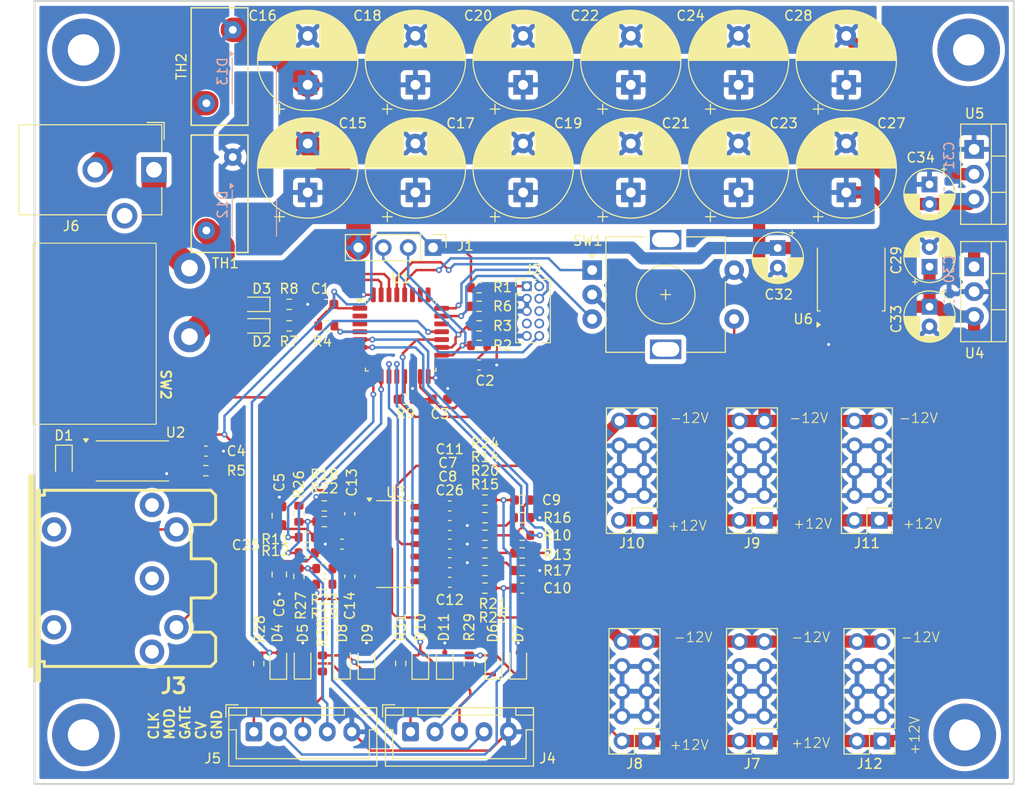
<source format=kicad_pcb>
(kicad_pcb (version 20240108) (generator "pcbnew") (generator_version "8.0")
  (layers (0 "F.Cu" signal) (31 "B.Cu" signal) (34 "B.Paste" user) (35 "F.Paste" user) (36 "B.SilkS" user "B.Silkscreen") (37 "F.SilkS" user "F.Silkscreen") (38 "B.Mask" user) (39 "F.Mask" user) (44 "Edge.Cuts" user))
  (net 0 "")
  (net 1 "Net-(U3D-+)")
  (net 2 "Net-(U3A--)")
  (net 3 "GND")
  (net 4 "+12V")
  (net 5 "-12V")
  (net 6 "+3.3V")
  (net 7 "Net-(U3A-+)")
  (net 8 "Net-(U3B-+)")
  (net 9 "Net-(U3B--)")
  (net 10 "Net-(C9-Pad1)")
  (net 11 "Net-(U3C-+)")
  (net 12 "Net-(U3C--)")
  (net 13 "/MOD2_OUT")
  (net 14 "Net-(C10-Pad1)")
  (net 15 "Net-(D1-K)")
  (net 16 "Net-(D1-A)")
  (net 17 "Net-(D2-K)")
  (net 18 "/GATE1")
  (net 19 "/GATE2")
  (net 20 "/LED_1")
  (net 21 "/MOD1_OUT")
  (net 22 "/LED_2")
  (net 23 "Net-(D12-K)")
  (net 24 "Net-(C11-Pad2)")
  (net 25 "Net-(C12-Pad2)")
  (net 26 "Net-(C13-Pad2)")
  (net 27 "Net-(C14-Pad2)")
  (net 28 "/NRST")
  (net 29 "Net-(U5-VI)")
  (net 30 "/SWIO")
  (net 31 "Net-(D3-K)")
  (net 32 "/SWCLK")
  (net 33 "/CLK2")
  (net 34 "/CLK1")
  (net 35 "/I2C_CLK")
  (net 36 "/I2C_DAT")
  (net 37 "/CV1")
  (net 38 "/CV2")
  (net 39 "/ENC_BTN")
  (net 40 "/ENC_B")
  (net 41 "/ENC_A")
  (net 43 "/MIDI_TX")
  (net 47 "/MIDI_RX")
  (net 51 "Net-(U3D--)")
  (net 52 "Net-(D13-K)")
  (net 54 "Net-(J2-VTref)")
  (net 60 "Net-(J3-Pad4)")
  (net 61 "/CLK1_OUT")
  (net 62 "/GATE1_OUT")
  (net 63 "/CV1_OUT")
  (net 64 "/CV2_OUT")
  (net 65 "/GATE2_OUT")
  (net 66 "/CLK2_OUT")
  (net 67 "Net-(J6-Pad2)")
  (net 68 "/MOD2")
  (net 69 "/MOD1")
  (net 70 "Net-(SW2-A)")
  (net 71 "Net-(SW2-B)")
  (footprint "Resistor_SMD:R_0603_1608Metric" (layer "F.Cu") (at 147.6 109 180)
    (property "Reference" "R21")
    (property "Value" "15K")
  )
  (footprint "Resistor_SMD:R_0603_1608Metric" (layer "F.Cu") (at 147.6 110.8 180)
    (property "Reference" "R25")
    (property "Value" "1K")
  )
  (footprint "Resistor_SMD:R_0603_1608Metric" (layer "F.Cu") (at 129.4 105.6 180)
    (property "Reference" "R11")
    (property "Value" "1K")
  )
  (footprint "Connector_PinHeader_2.54mm:PinHeader_2x05_P2.54mm_Vertical" (layer "F.Cu") (at 176.14 103.875 180)
    (property "Reference" "J9")
    (property "Value" "Conn_02x05_Odd_Even")
  )
  (footprint "Capacitor_THT:CP_Radial_D10.0mm_P5.00mm" (layer "F.Cu") (at 151.5 59.367677 90)
    (property "Reference" "C20")
    (property "Value" "470uF")
  )
  (footprint "Connector_PinHeader_2.54mm:PinHeader_2x05_P2.54mm_Vertical" (layer "F.Cu") (at 163.875 103.875 180)
    (property "Reference" "J10")
    (property "Value" "Conn_02x05_Odd_Even")
  )
  (footprint "Resistor_SMD:R_0603_1608Metric" (layer "F.Cu") (at 124.5 118.5 90)
    (property "Reference" "R28")
    (property "Value" "1K")
  )
  (footprint "Resistor_SMD:R_0603_1608Metric" (layer "F.Cu") (at 131.2 108.8)
    (property "Reference" "R23")
    (property "Value" "15K")
  )
  (footprint "Connector_PinHeader_2.54mm:PinHeader_2x05_P2.54mm_Vertical" (layer "F.Cu") (at 176.14 126.42 180)
    (property "Reference" "J7")
    (property "Value" "Conn_02x05_Odd_Even")
  )
  (footprint "Capacitor_THT:CP_Radial_D10.0mm_P5.00mm" (layer "F.Cu") (at 151.5 70.367677 90)
    (property "Reference" "C19")
    (property "Value" "470uF")
  )
  (footprint "Connector_BarrelJack:BarrelJack_CUI_PJ-102AH_Horizontal" (layer "F.Cu") (at 113.8 68.05 -90)
    (property "Reference" "J6")
    (property "Value" "Barrel_Jack")
  )
  (footprint "Resistor_SMD:R_0603_1608Metric" (layer "F.Cu") (at 147 86 180)
    (property "Reference" "R2")
    (property "Value" "7.5K")
  )
  (footprint "Package_TO_SOT_THT:TO-220-3_Vertical" (layer "F.Cu") (at 197.555 77.96 -90)
    (property "Reference" "U4")
    (property "Value" "LM7812_TO220")
  )
  (footprint "Capacitor_THT:CP_Radial_D10.0mm_P5.00mm" (layer "F.Cu") (at 173.5 70.367677 90)
    (property "Reference" "C23")
    (property "Value" "470uF")
  )
  (footprint "LED_SMD:LED_0603_1608Metric" (layer "F.Cu") (at 124.16 81.8 180)
    (property "Reference" "D3")
    (property "Value" "LED")
  )
  (footprint "Capacitor_THT:CP_Radial_D10.0mm_P5.00mm" (layer "F.Cu") (at 184.5 70.367677 90)
    (property "Reference" "C27")
    (property "Value" "470uF")
  )
  (footprint "Capacitor_SMD:C_0603_1608Metric" (layer "F.Cu") (at 151.4 110.8 180)
    (property "Reference" "C10")
    (property "Value" "0.1uF")
  )
  (footprint "Capacitor_SMD:C_0603_1608Metric" (layer "F.Cu") (at 119.1 96.8)
    (property "Reference" "C4")
    (property "Value" "0.1uF")
  )
  (footprint "Resistor_SMD:R_0603_1608Metric" (layer "F.Cu") (at 131.2 110.4 180)
    (property "Reference" "R19")
    (property "Value" "7.5K")
  )
  (footprint "Capacitor_THT:CP_Radial_D10.0mm_P5.00mm" (layer "F.Cu") (at 162.5 70.367677 90)
    (property "Reference" "C21")
    (property "Value" "470uF")
  )
  (footprint "Resistor_SMD:R_0603_1608Metric" (layer "F.Cu") (at 147.6 103.6 180)
    (property "Reference" "R20")
    (property "Value" "15K")
  )
  (footprint "Capacitor_THT:CP_Radial_D10.0mm_P5.00mm" (layer "F.Cu") (at 184.5 59.367677 90)
    (property "Reference" "C28")
    (property "Value" "470uF")
  )
  (footprint "Diode_SMD:D_SOD-323" (layer "F.Cu") (at 104.6 97.8 -90)
    (property "Reference" "D1")
    (property "Value" "1N4148WS")
  )
  (footprint "Resistor_SMD:R_0603_1608Metric" (layer "F.Cu") (at 146 118.5 90)
    (property "Reference" "R29")
    (property "Value" "1K")
  )
  (footprint "Resistor_SMD:R_0603_1608Metric" (layer "F.Cu") (at 151.4 103.6)
    (property "Reference" "R16")
    (property "Value" "7.5K")
  )
  (footprint "Diode_SMD:D_SOD-323F" (layer "F.Cu") (at 128.9775 118.4775 90)
    (property "Reference" "D5")
    (property "Value" "BAT54J")
  )
  (footprint "Capacitor_THT:CP_Radial_D10.0mm_P5.00mm" (layer "F.Cu") (at 140.5 70.367677 90)
    (property "Reference" "C17")
    (property "Value" "470uF")
  )
  (footprint "Capacitor_THT:CP_Radial_D5.0mm_P2.00mm" (layer "F.Cu") (at 177.5 76.044887 -90)
    (property "Reference" "C32")
    (property "Value" "10uF")
  )
  (footprint "Capacitor_THT:CP_Radial_D10.0mm_P5.00mm" (layer "F.Cu") (at 162.5 59.367677 90)
    (property "Reference" "C22")
    (property "Value" "470uF")
  )
  (footprint "Capacitor_SMD:C_0603_1608Metric" (layer "F.Cu") (at 133.8 109.6 -90)
    (property "Reference" "C14")
    (property "Value" "22pF")
  )
  (footprint "Diode_SMD:D_SOD-323F" (layer "F.Cu") (at 148.4775 118.4775 90)
    (property "Reference" "D6")
    (property "Value" "BAT54J")
  )
  (footprint "Package_TO_SOT_THT:TO-220-3_Vertical" (layer "F.Cu") (at 197.555 65.96 -90)
    (property "Reference" "U5")
    (property "Value" "LM7912_TO220")
  )
  (footprint "Resistor_SMD:R_0603_1608Metric" (layer "F.Cu") (at 119.1 98.8)
    (property "Reference" "R5")
    (property "Value" "220")
  )
  (footprint "Eurocad:RA1H1C112R" (layer "F.Cu") (at 101.425 81.6 -90)
    (property "Reference" "SW2")
    (property "Value" "SW_SPST")
  )
  (footprint "Capacitor_SMD:C_0603_1608Metric" (layer "F.Cu") (at 133.8 103.2 90)
    (property "Reference" "C13")
    (property "Value" "22pF")
  )
  (footprint "Connector_PinHeader_2.54mm:PinHeader_1x04_P2.54mm_Vertical" (layer "F.Cu") (at 142.3 76 -90)
    (property "Reference" "J1")
    (property "Value" "Conn_01x04_Pin")
  )
  (footprint "MountingHole:MountingHole_3.2mm_M3_Pad" (layer "F.Cu") (at 106.6 55.8)
    (property "Reference" "H1" (hide yes))
    (property "Value" "MountingHole")
  )
  (footprint "Resistor_SMD:R_0603_1608Metric" (layer "F.Cu") (at 127.6 81.8 180)
    (property "Reference" "R8")
    (property "Value" "1K")
  )
  (footprint "Capacitor_SMD:C_0603_1608Metric" (layer "F.Cu") (at 133 106.3 180)
    (property "Reference" "C25")
    (property "Value" "0.1uF")
  )
  (footprint "Diode_SMD:D_SOD-323F" (layer "F.Cu") (at 143.5 118.5 90)
    (property "Reference" "D11")
    (property "Value" "BAT54J")
  )
  (footprint "Resistor_SMD:R_0603_1608Metric" (layer "F.Cu") (at 147 82 180)
    (property "Reference" "R6")
    (property "Value" "7.5K")
  )
  (footprint "LED_SMD:LED_0603_1608Metric" (layer "F.Cu") (at 124.16 84 180)
    (property "Reference" "D2")
    (property "Value" "LED")
  )
  (footprint "Resistor_SMD:R_0603_1608Metric" (layer "F.Cu") (at 128.6 109.6 -90)
    (property "Reference" "R27")
    (property "Value" "1K")
  )
  (footprint "Resistor_SMD:R_0603_1608Metric" (layer "F.Cu") (at 147.6 101.8 180)
    (property "Reference" "R24")
    (property "Value" "1K")
  )
  (footprint "Resistor_SMD:R_0603_1608Metric" (layer "F.Cu") (at 151.4 107.2)
    (property "Reference" "R13")
    (property "Value" "7.5K")
  )
  (footprint "Resistor_SMD:R_0603_1608Metric" (layer "F.Cu") (at 128.6 103.2 90)
    (property "Reference" "R26")
    (property "Value" "1K")
  )
  (footprint "Resistor_SMD:R_0603_1608Metric" (layer "F.Cu") (at 131 118.5 90)
    (property "Reference" "R30")
    (property "Value" "1K")
  )
  (footprint "Capacitor_SMD:C_0805_2012Metric" (layer "F.Cu") (at 126.6 103.4 -90)
    (property "Reference" "C5")
    (property "Value" "2.2u")
  )
  (footprint "Capacitor_SMD:C_0603_1608Metric" (layer "F.Cu") (at 151.4 101.8 180)
    (property "Reference" "C9")
    (property "Value" "0.1uF")
  )
  (footprint "Diode_SMD:D_SOD-323F" (layer "F.Cu") (at 141 118.5 90)
    (property "Reference" "D10")
    (property "Value" "BAT54J")
  )
  (footprint "Resistor_SMD:R_0603_1608Metric" (layer "F.Cu") (at 131.4 84)
    (property "Reference" "R4")
    (property "Value" "7.5K")
  )
  (footprint "Diode_SMD:D_SOD-323F" (layer "F.Cu") (at 151 118.4775 90)
    (property "Reference" "D7")
    (property "Value" "BAT54J")
  )
  (footprint "Capacitor_SMD:C_0603_1608Metric" (layer "F.Cu") (at 144 108.2)
    (property "Reference" "C8")
    (property "Value" "0.1uF")
  )
  (footprint "Resistor_SMD:R_0603_1608Metric" (layer "F.Cu") (at 147 80.1)
    (property "Reference" "R1")
    (property "Value" "220")
  )
  (footprint "Eurocad:MIDI_DIN5" (layer "F.Cu") (at 110.6 109.8 -90)
    (property "Reference" "J3")
    (property "Value" "DIN-5_180degree" (hide yes))
  )
  (footprint "Resistor_SMD:R_0603_1608Metric" (layer "F.Cu") (at 147.6 107.2)
    (property "Reference" "R15")
    (property "Value" "7.5K")
  )
  (footprint "Capacitor_SMD:C_0805_2012Metric" (layer "F.Cu") (at 126.6 109.4 90)
    (property "Reference" "C6")
    (property "Value" "2.2u")
  )
  (footprint "Connector_PinHeader_2.54mm:PinHeader_2x05_P2.54mm_Vertical" (layer "F.Cu") (at 164.14 126.42 180)
    (property "Reference" "J8")
    (property "Value" "Conn_02x05_Odd_Even")
  )
  (footprint "Connector_PinHeader_2.54mm:PinHeader_2x05_P2.54mm_Vertical" (layer "F.Cu") (at 188.14 126.42 180)
    (property "Reference" "J12")
    (property "Value" "Conn_02x05_Odd_Even")
  )
  (footprint "Capacitor_SMD:C_0603_1608Metric" (layer "F.Cu") (at 143 91.5)
    (property "Reference" "C3")
    (property "Value" "0.1uF")
  )
  (footprint "Capacitor_THT:CP_Radial_D5.0mm_P2.00mm" (layer "F.Cu") (at 193 69.544887 -90)
    (property "Reference" "C34")
    (property "Value" "10uF")
  )
  (footprint "Resistor_SMD:R_0603_1608Metric" (layer "F.Cu") (at 151.4 105.4)
    (property "Reference" "R10")
    (property "Value" "7.5K")
  )
  (footprint "Capacitor_THT:CP_Radial_D10.0mm_P5.00mm" (layer "F.Cu") (at 129.5 59.367677 90)
    (property "Reference" "C16")
    (property "Value" "470uF")
  )
  (footprint "Capacitor_THT:CP_Radial_D5.0mm_P2.00mm" (layer "F.Cu") (at 193 77.955113 90)
    (property "Reference" "C29")
    (property "Value" "10uF")
  )
  (footprint "Resistor_SMD:R_0603_1608Metric" (layer "F.Cu") (at 131.2 104)
    (property "Reference" "R22")
    (property "Value" "15K")
  )
  (footprint "Capacitor_SMD:C_0603_1608Metric" (layer "F.Cu") (at 144 102.4)
    (property "Reference" "C11")
    (property "Value" "22pF")
  )
  (footprint "Varistor:RV_Disc_D12mm_W5.8mm_P7.5mm" (layer "F.Cu") (at 121.85 53.75 -90)
    (property "Reference" "TH2")
    (property "Value" "MF72-005D11")
  )
  (footprint "Diode_SMD:D_SOD-323F" (layer "F.Cu") (at 135.5 118.5 90)
    (property "Reference" "D9")
    (property "Value" "BAT54J")
  )
  (footprint "Connector_PinHeader_2.54mm:PinHeader_2x05_P2.54mm_Vertical" (layer "F.Cu") (at 187.875 103.875 180)
    (property "Reference" "J11")
    (property "Value" "Conn_02x05_Odd_Even")
  )
  (footprint "Package_QFP:LQFP-32_7x7mm_P0.8mm" (layer "F.Cu") (at 139 85)
    (property "Reference" "U1")
    (property "Value" "STM32G431KBTx")
  )
  (footprint "MountingHole:MountingHole_3.2mm_M3_Pad" (layer "F.Cu") (at 197 55.8)
    (property "Reference" "H2" (hide yes))
    (property "Value" "MountingHole")
  )
  (footprint "Capacitor_THT:CP_Radial_D10.0mm_P5.00mm" (layer "F.Cu") (at 173.5 59.367677 90)
    (property "Reference" "C24")
    (property "Value" "470uF")
  )
  (footprint "Resistor_SMD:R_0603_1608Metric" (layer "F.Cu") (at 131.2 102.4 180)
    (property "Reference" "R18")
    (property "Value" "7.5K")
  )
  (footprint "Capacitor_THT:CP_Radial_D10.0mm_P5.00mm" (layer "F.Cu") (at 129.5 70.367677 90)
    (property "Reference" "C15")
    (property "Value" "470uF")
  )
  (footprint "Capacitor_THT:CP_Radial_D10.0mm_P5.00mm" (layer "F.Cu") (at 140.5 59.367677 90)
    (property "Reference" "C18")
    (property "Value" "470uF")
  )
  (footprint "Diode_SMD:D_SOD-323F" (layer "F.Cu") (at 133 118.4775 90)
    (property "Reference" "D8")
    (property "Value" "BAT54J")
  )
  (footprint "Connector_JST:JST_XH_B5B-XH-A_1x05_P2.50mm_Vertical" (layer "F.Cu") (at 124 125.475)
    (property "Reference" "J5")
    (property "Value" "Conn_01x05")
  )
  (footprint "Resistor_SMD:R_0603_1608Metric" (layer "F.Cu") (at 139 118.5 90)
    (property "Reference" "R31")
    (property "Value" "1K")
  )
  (footprint "MountingHole:MountingHole_3.2mm_M3_Pad" (layer "F.Cu") (at 106.6 125.8)
    (property "Reference" "H3" (hide yes))
    (property "Value" "MountingHole")
  )
  (footprint "MountingHole:MountingHole_3.2mm_M3_Pad" (layer "F.Cu") (at 196.6 125.8)
    (property "Reference" "H4" (hide yes))
    (property "Value" "MountingHole")
  )
  (footprint "Capacitor_SMD:C_0603_1608Metric" (layer "F.Cu") (at 144 106.3 180)
    (property "Reference" "C26")
    (property "Value" "0.1uF")
  )
  (footprint "Package_TO_SOT_SMD:TO-252-3_TabPin2" (layer "F.Cu") (at 185 79.16 90)
    (property "Reference" "U6")
    (property "Value" "AZ1117-3.3")
  )
  (footprint "Package_SO:SO-6L_10x3.84mm_P1.27mm" (layer "F.Cu") (at 111.6 97.8)
    (property "Reference" "U2")
    (property "Value" "TLP2761")
  )
  (footprint "Diode_SMD:D_SOD-323F" (layer "F.Cu") (at 126.5 118.5 90)
    (property "Reference" "D4")
    (property "Value" "BAT54J")
  )
  (footprint "Resistor_SMD:R_0603_1608Metric" (layer "F.Cu") (at 127.6 84 180)
    (property "Reference" "R7")
    (property "Value" "1K")
  )
  (footprint "Resistor_SMD:R_0603_1608Metric" (layer "F.Cu") (at 147.6 105.4)
    (property "Reference" "R14")
    (property "Value" "7.5K")
  )
  (footprint "Connector_PinHeader_1.27mm:PinHeader_2x05_P1.27mm_Vertical" (layer "F.Cu") (at 151.875 79.95)
    (property "Reference" "J2")
    (property "Value" "Conn_ARM_JTAG_SWD_10")
  )
  (footprint "Package_SO:SOIC-14_3.9x8.7mm_P1.27mm" (layer "F.Cu") (at 138.5 106.3)
    (property "Reference" "U3")
    (property "Value" "TL074")
  )
  (footprint "Connector_JST:JST_XH_B5B-XH-A_1x05_P2.50mm_Vertical" (layer "F.Cu") (at 140 125.475)
    (property "Reference" "J4")
    (property "Value" "Conn_01x05")
  )
  (footprint "Rotary_Encoder:RotaryEncoder_Alps_EC11E-Switch_Vertical_H20mm" (layer "F.Cu") (at 158.55 78.3)
    (property "Reference" "SW1")
    (property "Value" "RotaryEncoder_Switch")
  )
  (footprint "Capacitor_SMD:C_0603_1608Metric" (layer "F.Cu") (at 131.4 81.8 180)
    (property "Reference" "C1")
    (property "Value" "0.1uF")
  )
  (footprint "Varistor:RV_Disc_D12mm_W5.8mm_P7.5mm" (layer "F.Cu") (at 121.85 66.75 -90)
    (property "Reference" "TH1")
    (property "Value" "MF72-005D11")
  )
  (footprint "Resistor_SMD:R_0603_1608Metric" (layer "F.Cu") (at 151.4 109)
    (property "Reference" "R17")
    (property "Value" "7.5K")
  )
  (footprint "Capacitor_SMD:C_0603_1608Metric" (layer "F.Cu") (at 147 88)
    (property "Reference" "C2")
    (property "Value" "0.1uF")
  )
  (footprint "Capacitor_THT:CP_Radial_D5.0mm_P2.00mm" (layer "F.Cu") (at 193 82.044888 -90)
    (property "Reference" "C33")
    (property "Value" "10uF")
  )
  (footprint "Resistor_SMD:R_0603_1608Metric" (layer "F.Cu") (at 147 84 180)
    (property "Reference" "R3")
    (property "Value" "7.5K")
  )
  (footprint "Capacitor_SMD:C_0603_1608Metric" (layer "F.Cu") (at 144 104.4)
    (property "Reference" "C7")
    (property "Value" "0.1uF")
  )
  (footprint "Resistor_SMD:R_0603_1608Metric" (layer "F.Cu") (at 129.4 107.2 180)
    (property "Reference" "R12")
    (property "Value" "1K")
  )
  (footprint "Resistor_SMD:R_0603_1608Metric" (layer "F.Cu") (at 139.5 91.5 180)
    (property "Reference" "R9")
    (property "Value" "7.5K")
  )
  (footprint "Capacitor_SMD:C_0603_1608Metric" (layer "F.Cu") (at 144 110.2)
    (property "Reference" "C12")
    (property "Value" "22pF")
  )
  (footprint "Capacitor_SMD:C_0603_1608Metric" (layer "B.Cu") (at 195 81.5 90)
    (property "Reference" "C30")
    (property "Value" "0.1uF")
  )
  (footprint "Package_TO_SOT_SMD:Nexperia_CFP15_SOT-1289" (layer "B.Cu") (at 124.0525 72.9475 -90)
    (property "Reference" "D12")
    (property "Value" "PMEG030V030EPD")
  )
  (footprint "Capacitor_SMD:C_0603_1608Metric" (layer "B.Cu") (at 195 70 -90)
    (property "Reference" "C31")
    (property "Value" "0.1uF")
  )
  (footprint "Package_TO_SOT_SMD:Nexperia_CFP15_SOT-1289" (layer "B.Cu") (at 124.0525 59.4475 -90)
    (property "Reference" "D13")
    (property "Value" "PMEG030V030EPD")
  )
  (gr_rect (start 101.6 50.8) (end 201.6 130.8) (stroke (width 0.2)) (fill none) (layer "Edge.Cuts"))
  (gr_text "-12V" (at 166.8 116.4 0) (layer "F.SilkS") (effects (font (size 1 1) (thickness 0.1)) (justify left bottom)))
  (gr_text "-12V" (at 189.8 94 0) (layer "F.SilkS") (effects (font (size 1 1) (thickness 0.1)) (justify left bottom)))
  (gr_text "-12V" (at 178.6 94 0) (layer "F.SilkS") (effects (font (size 1 1) (thickness 0.1)) (justify left bottom)))
  (gr_text "+12V" (at 166.2 105 0) (layer "F.SilkS") (effects (font (size 1 1) (thickness 0.1)) (justify left bottom)))
  (gr_text "-12V" (at 166.4 94 0) (layer "F.SilkS") (effects (font (size 1 1) (thickness 0.1)) (justify left bottom)))
  (gr_text "+12V" (at 178.8 127.2 0) (layer "F.SilkS") (effects (font (size 1 1) (thickness 0.1)) (justify left bottom)))
  (gr_text "+12V" (at 190.2 104.8 0) (layer "F.SilkS") (effects (font (size 1 1) (thickness 0.1)) (justify left bottom)))
  (gr_text "+12V" (at 166.4 127.4 0) (layer "F.SilkS") (effects (font (size 1 1) (thickness 0.1)) (justify left bottom)))
  (gr_text "+12V" (at 192.0595 127.9305 90) (layer "F.SilkS") (effects (font (size 1 1) (thickness 0.1)) (justify left bottom)))
  (gr_text "CLK\nMOD\nGATE\nCV\nGND" (at 120.8 126.4 90) (layer "F.SilkS") (effects (font (size 1 1) (thickness 0.2) (bold yes)) (justify left bottom)))
  (gr_text "-12V" (at 190 116.4 0) (layer "F.SilkS") (effects (font (size 1 1) (thickness 0.1)) (justify left bottom)))
  (gr_text "+12V" (at 179 104.8 0) (layer "F.SilkS") (effects (font (size 1 1) (thickness 0.1)) (justify left bottom)))
  (gr_text "-12V" (at 178.8 116.4 0) (layer "F.SilkS") (effects (font (size 1 1) (thickness 0.1)) (justify left bottom)))
  (segment (start 143.225 104.4) (end 144.225 105.4) (width 0.25) (layer "F.Cu") (net 1))
  (segment (start 140.975 105.03) (end 142.595 105.03) (width 0.25) (layer "F.Cu") (net 1))
  (segment (start 144.225 105.4) (end 146.775 105.4) (width 0.25) (layer "F.Cu") (net 1))
  (segment (start 142.595 105.03) (end 143.225 104.4) (width 0.25) (layer "F.Cu") (net 1))
  (segment (start 133.8 103.975) (end 132.05 103.975) (width 0.25) (layer "F.Cu") (net 2))
  (segment (start 134.015 103.76) (end 133.8 103.975) (width 0.25) (layer "F.Cu") (net 2))
  (segment (start 136.025 103.76) (end 134.015 103.76) (width 0.25) (layer "F.Cu") (net 2))
  (segment (start 132.025 102.4) (end 132.025 104) (width 0.25) (layer "F.Cu") (net 2))
  (segment (start 132.05 103.975) (end 132.025 104) (width 0.25) (layer "F.Cu") (net 2))
  (segment (start 123.882323 53.75) (end 129.5 59.367677) (width 2.5) (layer "F.Cu") (net 3))
  (segment (start 128.425 84) (end 128.425 81.8) (width 0.25) (layer "F.Cu") (net 3))
  (segment (start 128.9775 116.4225) (end 129 116.4) (width 0.25) (layer "F.Cu") (net 3))
  (segment (start 121.85 53.75) (end 123.882323 53.75) (width 2.5) (layer "F.Cu") (net 3))
  (segment (start 144.775 106.3) (end 145.8 106.3) (width 0.25) (layer "F.Cu") (net 3))
  (segment (start 144.775 108.2) (end 145.8 108.2) (width 0.25) (layer "F.Cu") (net 3))
  (segment (start 132.225 106.3) (end 131.3 106.3) (width 0.25) (layer "F.Cu") (net 3))
  (segment (start 136.2 80.825) (end 135.225 80.825) (width 0.25) (layer "F.Cu") (net 3))
  (segment (start 150 125.475) (end 148.075 127.4) (width 0.25) (layer "F.Cu") (net 3))
  (segment (start 152.225 103.6) (end 153.2 103.6) (width 0.25) (layer "F.Cu") (net 3))
  (segment (start 116.35 99.07) (end 115.13 99.07) (width 0.25) (layer "F.Cu") (net 3))
  (segment (start 151.875 85.03) (end 149.77 85.03) (width 0.25) (layer "F.Cu") (net 3))
  (segment (start 141.937864 89.312864) (end 141.8 89.175) (width 0.25) (layer "F.Cu") (net 3))
  (segment (start 148.075 127.4) (end 135.925 127.4) (width 0.25) (layer "F.Cu") (net 3))
  (segment (start 149.77 85.03) (end 148.8 86) (width 0.25) (layer "F.Cu") (net 3))
  (segment (start 128.9775 117.3775) (end 128.9775 116.4225) (width 0.25) (layer "F.Cu") (net 3))
  (segment (start 143.775 90.425) (end 143.8 90.4) (width 0.25) (layer "F.Cu") (net 3))
  (segment (start 130.375 110.4) (end 130.375 111.25) (width 0.25) (layer "F.Cu") (net 3))
  (segment (start 152.225 109) (end 153.2 109) (width 0.25) (layer "F.Cu") (net 3))
  (segment (start 143.5 117.4) (end 143.5 116.4) (width 0.25) (layer "F.Cu") (net 3))
  (segment (start 135.925 127.4) (end 134 125.475) (width 0.25) (layer "F.Cu") (net 3))
  (segment (start 134.68 70.547677) (end 129.5 65.367677) (width 2.5) (layer "F.Cu") (net 3))
  (segment (start 151 117.3775) (end 151 116.4) (width 0.25) (layer "F.Cu") (net 3))
  (segment (start 130.375 101.483884) (end 130.379442 101.479442) (width 0.25) (layer "F.Cu") (net 3))
  (segment (start 144.775 104.4) (end 145.8 104.4) (width 0.25) (layer "F.Cu") (net 3))
  (segment (start 147.775 88) (end 148.8 88) (width 0.25) (layer "F.Cu") (net 3))
  (segment (start 182.72 84.2) (end 182.72 85.88) (width 0.25) (layer "F.Cu") (net 3))
  (segment (start 130.375 111.25) (end 130.4 111.275) (width 0.25) (layer "F.Cu") (net 3))
  (segment (start 128.425 81.8) (end 129.5 81.8) (width 0.25) (layer "F.Cu") (net 3))
  (segment (start 135.5 117.4) (end 135.5 116.4) (width 0.25) (layer "F.Cu") (net 3))
  (segment (start 134.68 76) (end 134.68 70.547677) (width 2.5) (layer "F.Cu") (net 3))
  (segment (start 126.6 102.45) (end 126.6 101.5) (width 0.25) (layer "F.Cu") (net 3))
  (segment (start 182.72 85.88) (end 182.7 85.9) (width 0.25) (layer "F.Cu") (net 3))
  (segment (start 135.225 80.825) (end 135.2 80.8) (width 0.25) (layer "F.Cu") (net 3))
  (segment (start 148.8 86) (end 148.8 88) (width 0.25) (layer "F.Cu") (net 3))
  (segment (start 115.13 99.07) (end 115.1 99.1) (width 0.25) (layer "F.Cu") (net 3))
  (segment (start 130.625 81.8) (end 129.5 81.8) (width 0.25) (layer "F.Cu") (net 3))
  (segment (start 140.2 89.175) (end 140.2 90.4) (width 0.25) (layer "F.Cu") (net 3))
  (segment (start 130.375 102.4) (end 130.375 101.483884) (width 0.25) (layer "F.Cu") (net 3))
  (segment (start 142.577427 89.312864) (end 141.937864 89.312864) (width 0.25) (layer "F.Cu") (net 3))
  (segment (start 143.775 91.5) (end 143.775 90.425) (width 0.25) (layer "F.Cu") (net 3))
  (segment (start 119.875 96.8) (end 120.9 96.8) (width 0.25) (layer "F.Cu") (net 3))
  (segment (start 126.6 110.35) (end 126.6 111.4) (width 0.25) (layer "F.Cu") (net 3))
  (via (at 120.9 96.8) (size 0.6) (drill 0.3) (layers "F.Cu" "B.Cu") (net 3))
  (via (at 131.3 106.3) (size 0.6) (drill 0.3) (layers "F.Cu" "B.Cu") (net 3))
  (via (at 126.6 101.5) (size 0.6) (drill 0.3) (layers "F.Cu" "B.Cu") (net 3))
  (via (at 115.1 99.1) (size 0.6) (drill 0.3) (layers "F.Cu" "B.Cu") (net 3))
  (via (at 143.5 116.4) (size 0.6) (drill 0.3) (layers "F.Cu" "B.Cu") (net 3))
  (via (at 129 116.4) (size 0.6) (drill 0.3) (layers "F.Cu" "B.Cu") (net 3))
  (via (at 145.8 108.2) (size 0.6) (drill 0.3) (layers "F.Cu" "B.Cu") (net 3))
  (via (at 153.2 103.6) (size 0.6) (drill 0.3) (layers "F.Cu" "B.Cu") (net 3))
  (via (at 145.8 104.4) (size 0.6) (drill 0.3) (layers "F.Cu" "B.Cu") (net 3))
  (via (at 129.5 81.8) (size 0.6) (drill 0.3) (layers "F.Cu" "B.Cu") (net 3))
  (via (at 145.8 106.3) (size 0.6) (drill 0.3) (layers "F.Cu" "B.Cu") (net 3))
  (via (at 153.2 109) (size 0.6) (drill 0.3) (layers "F.Cu" "B.Cu") (net 3))
  (via (at 148.8 88) (size 0.6) (drill 0.3) (layers "F.Cu" "B.Cu") (net 3))
  (via (at 135.2 80.8) (size 0.6) (drill 0.3) (layers "F.Cu" "B.Cu") (net 3))
  (via (at 135.5 116.4) (size 0.6) (drill 0.3) (layers "F.Cu" "B.Cu") (net 3))
  (via (at 130.379442 101.479442) (size 0.6) (drill 0.3) (layers "F.Cu" "B.Cu") (net 3))
  (via (at 143.8 90.4) (size 0.6) (drill 0.3) (layers "F.Cu" "B.Cu") (net 3))
  (via (at 130.4 111.275) (size 0.6) (drill 0.3) (layers "F.Cu" "B.Cu") (net 3))
  (via (at 182.7 85.9) (size 0.6) (drill 0.3) (layers "F.Cu" "B.Cu") (net 3))
  (via (at 151 116.4) (size 0.6) (drill 0.3) (layers "F.Cu" "B.Cu") (net 3))
  (via (at 126.6 111.4) (size 0.6) (drill 0.3) (layers "F.Cu" "B.Cu") (net 3))
  (via (at 142.577427 89.312864) (size 0.6) (drill 0.3) (layers "F.Cu" "B.Cu") (net 3))
  (via (at 140.2 90.4) (size 0.6) (drill 0.3) (layers "F.Cu" "B.Cu") (net 3))
  (segment (start 197.555 83.04) (end 195.84 83.04) (width 1.25) (layer "F.Cu") (net 4))
  (segment (start 197.555 99.845) (end 193.525 103.875) (width 1.25) (layer "F.Cu") (net 4))
  (segment (start 189.2 84.2) (end 191.355112 82.044888) (width 1.25) (layer "F.Cu") (net 4))
  (segment (start 138.6 113.8) (end 155.6 113.8) (width 0.25) (layer "F.Cu") (net 4))
  (segment (start 158.6 123.42) (end 161.6 126.42) (width 0.25) (layer "F.Cu") (net 4))
  (segment (start 194.6 82.8) (end 193.844888 82.044888) (width 1.25) (layer "F.Cu") (net 4))
  (segment (start 193.525 103.875) (end 187.875 103.875) (width 1.25) (layer "F.Cu") (net 4))
  (segment (start 188.14 126.42) (end 189.98 126.42) (width 1.25) (layer "F.Cu") (net 4))
  (segment (start 189.98 126.42) (end 191.6 124.8) (width 1.25) (layer "F.Cu") (net 4))
  (segment (start 155.6 113.8) (end 158.6 116.8) (width 0.25) (layer "F.Cu") (net 4))
  (segment (start 136.025 106.3) (end 137.6 106.3) (width 0.25) (layer "F.Cu") (net 4))
  (segment (start 136.025 106.3) (end 133.775 106.3) (width 0.25) (layer "F.Cu") (net 4))
  (segment (start 161.335 103.875) (end 187.875 103.875) (width 1.25) (layer "F.Cu") (net 4))
  (segment (start 193 77.955113) (end 193 82.044888) (width 1.25) (layer "F.Cu") (net 4))
  (segment (start 187.28 84.2) (end 189.2 84.2) (width 1.25) (layer "F.Cu") (net 4))
  (segment (start 191.6 121.8) (end 193.525 119.875) (width 1.25) (layer "F.Cu") (net 4))
  (segment (start 195.6 82.8) (end 194.6 82.8) (width 1.25) (layer "F.Cu") (net 4))
  (segment (start 161.6 126.42) (end 188.14 126.42) (width 1.25) (layer "F.Cu") (net 4))
  (segment (start 137.6 106.3) (end 138.1 106.8) (width 0.25) (layer "F.Cu") (net 4))
  (segment (start 193.844888 82.044888) (end 193 82.044888) (width 1.25) (layer "F.Cu") (net 4))
  (segment (start 197.555 83.04) (end 197.555 99.845) (width 1.25) (layer "F.Cu") (net 4))
  (segment (start 138.1 113.3) (end 138.6 113.8) (width 0.25) (layer "F.Cu") (net 4))
  (segment (start 195.84 83.04) (end 195.6 82.8) (width 1.25) (layer "F.Cu") (net 4))
  (segment (start 138.1 106.8) (end 138.1 113.3) (width 0.25) (layer "F.Cu") (net 4))
  (segment (start 158.6 116.8) (end 158.6 123.42) (width 0.25) (layer "F.Cu") (net 4))
  (segment (start 191.6 124.8) (end 191.6 121.8) (width 1.25) (layer "F.Cu") (net 4))
  (segment (start 191.355112 82.044888) (end 193 82.044888) (width 1.25) (layer "F.Cu") (net 4))
  (segment (start 193.525 119.875) (end 193.525 103.875) (width 1.25) (layer "F.Cu") (net 4))
  (segment (start 197.555 83.04) (end 195.765 83.04) (width 1.25) (layer "B.Cu") (net 4))
  (segment (start 195.765 83.04) (end 195 82.275) (width 1.25) (layer "B.Cu") (net 4))
  (segment (start 161.335 93.715) (end 187.875 93.715) (width 1.25) (layer "F.Cu") (net 5))
  (segment (start 158.1 98.3) (end 158.6 97.8) (width 0.25) (layer "F.Cu") (net 5))
  (segment (start 187.6 67.8) (end 180.6 67.8) (width 1.25) (layer "F.Cu") (net 5))
  (segment (start 138.6 105.8) (end 138.6 100.3) (width 0.25) (layer "F.Cu") (net 5))
  (segment (start 197.050113 71.544887) (end 193 71.544887) (width 1.25) (layer "F.Cu") (net 5))
  (segment (start 161.6 116.26) (end 158.6 113.26) (width 1.25) (layer "F.Cu") (net 5))
  (segment (start 140.975 106.3) (end 143.225 106.3) (width 0.25) (layer "F.Cu") (net 5))
  (segment (start 139.1 106.3) (end 138.6 105.8) (width 0.25) (layer "F.Cu") (net 5))
  (segment (start 193 71.544887) (end 191.344887 71.544887) (width 1.25) (layer "F.Cu") (net 5))
  (segment (start 180.6 67.8) (end 175.6 72.8) (width 1.25) (layer "F.Cu") (net 5))
  (segment (start 158.6 96.45) (end 161.335 93.715) (width 1.25) (layer "F.Cu") (net 5))
  (segment (start 175.6 86.8) (end 176.14 87.34) (width 1.25) (layer "F.Cu") (net 5))
  (segment (start 161.6 116.26) (end 188.14 116.26) (width 1.25) (layer "F.Cu") (net 5))
  (segment (start 158.6 97.8) (end 158.6 96.45) (width 1.25) (layer "F.Cu") (net 5))
  (segment (start 158.6 113.26) (end 158.6 97.8) (width 1.25) (layer "F.Cu") (net 5))
  (segment (start 140.6 98.3) (end 158.1 98.3) (width 0.25) (layer "F.Cu") (net 5))
  (segment (start 176.14 87.34) (end 176.14 93.715) (width 1.25) (layer "F.Cu") (net 5))
  (segment (start 138.6 100.3) (end 140.6 98.3) (width 0.25) (layer "F.Cu") (net 5))
  (segment (start 175.6 72.8) (end 175.6 86.8) (width 1.25) (layer "F.Cu") (net 5))
  (segment (start 140.975 106.3) (end 139.1 106.3) (width 0.25) (layer "F.Cu") (net 5))
  (segment (start 191.344887 71.544887) (end 187.6 67.8) (width 1.25) (layer "F.Cu") (net 5))
  (segment (start 197.555 71.04) (end 197.050113 71.544887) (width 1.25) (layer "F.Cu") (net 5))
  (segment (start 195.265 71.04) (end 195 70.775) (width 1.25) (layer "B.Cu") (net 5))
  (segment (start 197.555 71.04) (end 195.265 71.04) (width 1.25) (layer "B.Cu") (net 5))
  (segment (start 130 119.8) (end 130 118.8) (width 0.25) (layer "F.Cu") (net 6))
  (segment (start 133 119.6) (end 133.9 120.5) (width 0.25) (layer "F.Cu") (net 6))
  (segment (start 141 119.6) (end 141.8 120.4) (width 0.25) (layer "F.Cu") (net 6))
  (segment (start 118.325 96.8) (end 116.62 96.8) (width 0.25) (layer "F.Cu") (net 6))
  (segment (start 146.175 76.975) (end 145.85 76.65) (width 0.25) (layer "F.Cu") (net 6))
  (segment (start 142.225 91.5) (end 143.125 92.4) (width 0.25) (layer "F.Cu") (net 6))
  (segment (start 119 95.1) (end 121 95.1) (width 0.25) (layer "F.Cu") (net 6))
  (segment (start 132.175 81.8) (end 132.175 80.525) (width 0.25) (layer "F.Cu") (net 6))
  (segment (start 177.5 76.044887) (end 183.294887 76.044887) (width 1.25) (layer "F.Cu") (net 6))
  (segment (start 121.6 117) (end 123.1 118.5) (width 0.25) (layer "F.Cu") (net 6))
  (segment (start 145.3 118.5) (end 146.5 118.5) (width 0.25) (layer "F.Cu") (net 6))
  (segment (start 146.2 88.025) (end 146.225 88) (width 0.25) (layer "F.Cu") (net 6))
  (segment (start 130 118.8) (end 130.3 118.5) (width 0.25) (layer "F.Cu") (net 6))
  (segment (start 183.294887 76.044887) (end 183.475 76.225) (width 1.25) (layer "F.Cu") (net 6))
  (segment (start 121.6 95.7) (end 121.6 117) (width 0.25) (layer "F.Cu") (net 6))
  (segment (start 118.325 95.775) (end 119 95.1) (width 0.25) (layer "F.Cu") (net 6))
  (segment (start 126.5 119.6) (end 127.4 120.5) (width 0.25) (layer "F.Cu") (net 6))
  (segment (start 146.5 118.5) (end 147.5775 119.5775) (width 0.25) (layer "F.Cu") (net 6))
  (segment (start 116.62 96.8) (end 116.35 96.53) (width 0.25) (layer "F.Cu") (net 6))
  (segment (start 129.3 120.5) (end 130 119.8) (width 0.25) (layer "F.Cu") (net 6))
  (segment (start 146.175 80.35) (end 147.825 82) (width 0.25) (layer "F.Cu") (net 6))
  (segment (start 133.9 120.5) (end 136.2 120.5) (width 0.25) (layer "F.Cu") (net 6))
  (segment (start 134.825 82.2) (end 132.575 82.2) (width 0.25) (layer "F.Cu") (net 6))
  (segment (start 125.4 118.5) (end 126.5 119.6) (width 0.25) (layer "F.Cu") (net 6))
  (segment (start 123.1 118.5) (end 125.4 118.5) (width 0.25) (layer "F.Cu") (net 6))
  (segment (start 147.825 86.4) (end 146.225 88) (width 0.25) (layer "F.Cu") (net 6))
  (segment (start 118.325 96.8) (end 118.325 95.775) (width 0.25) (layer "F.Cu") (net 6))
  (segment (start 143.125 92.4) (end 144.5 92.4) (width 0.25) (layer "F.Cu") (net 6))
  (segment (start 146.2 90.7) (end 146.2 88.025) (width 0.25) (layer "F.Cu") (net 6))
  (segment (start 147.825 82) (end 147.825 86) (width 0.25) (layer "F.Cu") (net 6))
  (segment (start 146.025 87.8) (end 146.225 88) (width 0.25) (layer "F.Cu") (net 6))
  (segment (start 144.5 92.4) (end 146.2 90.7) (width 0.25) (layer "F.Cu") (net 6))
  (segment (start 140.325 91.5) (end 142.225 91.5) (width 0.25) (layer "F.Cu") (net 6))
  (segment (start 130.3 118.5) (end 131.9225 118.5) (width 0.25) (layer "F.Cu") (net 6))
  (segment (start 147.5775 119.5775) (end 148.4775 119.5775) (width 0.25) (layer "F.Cu") (net 6))
  (segment (start 132.175 80.525) (end 132.2 80.5) (width 0.25) (layer "F.Cu") (net 6))
  (segment (start 147.825 86) (end 147.825 86.4) (width 0.25) (layer "F.Cu") (net 6))
  (segment (start 132.575 82.2) (end 132.175 81.8) (width 0.25) (layer "F.Cu") (net 6))
  (segment (start 131.9225 118.5) (end 133 119.5775) (width 0.25) (layer "F.Cu") (net 6))
  (segment (start 138.2 118.5) (end 139.9 118.5) (width 0.25) (layer "F.Cu") (net 6))
  (segment (start 141 90.275) (end 142.225 91.5) (width 0.25) (layer "F.Cu") (net 6))
  (segment (start 145.85 76.65) (end 145.2 76) (width 0.25) (layer "F.Cu") (net 6))
  (segment (start 146.175 80.1) (end 146.175 76.975) (width 0.25) (layer "F.Cu") (net 6))
  (segment (start 127.4 120.5) (end 129.3 120.5) (width 0.25) (layer "F.Cu") (net 6))
  (segment (start 136.2 120.5) (end 138.2 118.5) (width 0.25) (layer "F.Cu") (net 6))
  (segment (start 141.8 120.4) (end 144.1 120.4) (width 0.25) (layer "F.Cu") (net 6))
  (segment (start 144.7 119.1) (end 145.3 118.5) (width 0.25) (layer "F.Cu") (net 6))
  (segment (start 121 95.1) (end 121.6 95.7) (width 0.25) (layer "F.Cu") (net 6))
  (segment (start 145.2 76) (end 142.3 76) (width 0.25) (layer "F.Cu") (net 6))
  (segment (start 143.175 87.8) (end 146.025 87.8) (width 0.25) (layer "F.Cu") (net 6))
  (segment (start 144.1 120.4) (end 144.7 119.8) (width 0.25) (layer "F.Cu") (net 6))
  (segment (start 130.575 84) (end 130.575 83.4) (width 0.25) (layer "F.Cu") (net 6))
  (segment (start 130.575 83.4) (end 132.175 81.8) (width 0.25) (layer "F.Cu") (net 6))
  (segment (start 141 89.175) (end 141 90.275) (width 0.25) (layer "F.Cu") (net 6))
  (segment (start 146.175 80.1) (end 146.175 80.35) (width 0.25) (layer "F.Cu") (net 6))
  (segment (start 185 84.2) (end 185 77.9) (width 1.25) (layer "F.Cu") (net 6))
  (segment (start 133 119.5775) (end 133 119.6) (width 0.25) (layer "F.Cu") (net 6))
  (segment (start 139.9 118.5) (end 141 119.6) (width 0.25) (layer "F.Cu") (net 6))
  (segment (start 144.7 119.8) (end 144.7 119.1) (width 0.25) (layer "F.Cu") (net 6))
  (via (at 121 95.1) (size 0.6) (drill 0.3) (layers "F.Cu" "B.Cu") (net 6))
  (via (at 132.2 80.5) (size 0.6) (drill 0.3) (layers "F.Cu" "B.Cu") (net 6))
  (segment (start 163.7 77.1) (end 162.6 76) (width 1.25) (layer "B.Cu") (net 6))
  (segment (start 162.6 76) (end 142.3 76) (width 1.25) (layer "B.Cu") (net 6))
  (segment (start 136 81.1) (end 136 75.2) (width 0.25) (layer "B.Cu") (net 6))
  (segment (start 136.7 74.5) (end 140.8 74.5) (width 0.25) (layer "B.Cu") (net 6))
  (segment (start 132.2 82) (end 121 93.2) (width 0.25) (layer "B.Cu") (net 6))
  (segment (start 132.2 80.5) (end 133.5 81.8) (width 0.25) (layer "B.Cu") (net 6))
  (segment (start 133.5 81.8) (end 135.3 81.8) (width 0.25) (layer "B.Cu") (net 6))
  (segment (start 136 75.2) (end 136.7 74.5) (width 0.25) (layer "B.Cu") (net 6))
  (segment (start 170.555113 76.044887) (end 169.5 77.1) (width 1.25) (layer "B.Cu") (net 6))
  (segment (start 132.2 80.5) (end 132.2 82) (width 0.25) (layer "B.Cu") (net 6))
  (segment (start 121 93.2) (end 121 95.1) (width 0.25) (layer "B.Cu") (net 6))
  (segment (start 169.5 77.1) (end 163.7 77.1) (width 1.25) (layer "B.Cu") (net 6))
  (segment (start 140.8 74.5) (end 142.3 76) (width 0.25) (layer "B.Cu") (net 6))
  (segment (start 177.5 76.044887) (end 170.555113 76.044887) (width 1.25) (layer "B.Cu") (net 6))
  (segment (start 135.3 81.8) (end 136 81.1) (width 0.25) (layer "B.Cu") (net 6))
  (segment (start 129.375 104.75) (end 130.225 105.6) (width 0.25) (layer "F.Cu") (net 7))
  (segment (start 126.6 104.35) (end 127 104.75) (width 0.25) (layer "F.Cu") (net 7))
  (segment (start 130.225 105.6) (end 131.3 105.6) (width 0.25) (layer "F.Cu") (net 7))
  (segment (start 131.3 105.6) (end 131.87 105.03) (width 0.25) (layer "F.Cu") (net 7))
  (segment (start 127 104.75) (end 129.375 104.75) (width 0.25) (layer "F.Cu") (net 7))
  (segment (start 131.87 105.03) (end 136.025 105.03) (width 0.25) (layer "F.Cu") (net 7))
  (segment (start 136.025 107.57) (end 131.87 107.57) (width 0.25) (layer "F.Cu") (net 8))
  (segment (start 129.375 108.05) (end 130.225 107.2) (width 0.25) (layer "F.Cu") (net 8))
  (segment (start 127 108.05) (end 129.375 108.05) (width 0.25) (layer "F.Cu") (net 8))
  (segment (start 131.87 107.57) (end 131.5 107.2) (width 0.25) (layer "F.Cu") (net 8))
  (segment (start 131.5 107.2) (end 130.225 107.2) (width 0.25) (layer "F.Cu") (net 8))
  (segment (start 126.6 108.45) (end 127 108.05) (width 0.25) (layer "F.Cu") (net 8))
  (segment (start 133.815 108.84) (end 133.8 108.825) (width 0.25) (layer "F.Cu") (net 9))
  (segment (start 133.775 108.8) (end 133.8 108.825) (width 0.25) (layer "F.Cu") (net 9))
  (segment (start 136.025 108.84) (end 133.815 108.84) (width 0.25) (layer "F.Cu") (net 9))
  (segment (start 132.025 108.8) (end 133.775 108.8) (width 0.25) (layer "F.Cu") (net 9))
  (segment (start 132.025 110.4) (end 132.025 108.8) (width 0.25) (layer "F.Cu") (net 9))
  (segment (start 150.575 105.4) (end 151.5 104.475) (width 0.25) (layer "F.Cu") (net 10))
  (segment (start 151.5 104.475) (end 151.5 102.475) (width 0.25) (layer "F.Cu") (net 10))
  (segment (start 151.5 102.475) (end 152.175 101.8) (width 0.25) (layer "F.Cu") (net 10))
  (segment (start 148.425 105.4) (end 150.575 105.4) (width 0.25) (layer "F.Cu") (net 10))
  (segment (start 146.775 107.2) (end 144.225 107.2) (width 0.25) (layer "F.Cu") (net 11))
  (segment (start 140.975 107.57) (end 142.595 107.57) (width 0.25) (layer "F.Cu") (net 11))
  (segment (start 144.225 107.2) (end 143.225 108.2) (width 0.25) (layer "F.Cu") (net 11))
  (segment (start 142.595 107.57) (end 143.225 108.2) (width 0.25) (layer "F.Cu") (net 11))
  (segment (start 144.425 109) (end 146.775 109) (width 0.25) (layer "F.Cu") (net 12))
  (segment (start 140.975 108.84) (end 141.865 108.84) (width 0.25) (layer "F.Cu") (net 12))
  (segment (start 146.775 109) (end 147.575 108.2) (width 0.25) (layer "F.Cu") (net 12))
  (segment (start 143.225 110.2) (end 144.425 109) (width 0.25) (layer "F.Cu") (net 12))
  (segment (start 141.865 108.84) (end 143.225 110.2) (width 0.25) (layer "F.Cu") (net 12))
  (segment (start 149.775 108.2) (end 150.575 109) (width 0.25) (layer "F.Cu") (net 12))
  (segment (start 147.575 108.2) (end 149.775 108.2) (width 0.25) (layer "F.Cu") (net 12))
  (segment (start 148.425 101.8) (end 150.625 101.8) (width 0.25) (layer "F.Cu") (net 13))
  (segment (start 148.425 103.6) (end 148.425 101.8) (width 0.25) (layer "F.Cu") (net 13))
  (via (at 149.5 101.8) (size 0.6) (drill 0.3) (layers "F.Cu" "B.Cu") (net 13))
  (segment (start 147.6 127.8) (end 148.8 126.6) (width 0.25) (layer "B.Cu") (net 13))
  (segment (start 126.575 125.475) (end 128.9 127.8) (width 0.25) (layer "B.Cu") (net 13))
  (segment (start 149.5 106.7) (end 149.5 101.8) (width 0.25) (layer "B.Cu") (net 13))
  (segment (start 148.8 120.4) (end 150.2 119) (width 0.25) (layer "B.Cu") (net 13))
  (segment (start 128.9 127.8) (end 147.6 127.8) (width 0.25) (layer "B.Cu") (net 13))
  (segment (start 150.2 107.4) (end 149.5 106.7) (width 0.25) (layer "B.Cu") (net 13))
  (segment (start 150.2 119) (end 150.2 107.4) (width 0.25) (layer "B.Cu") (net 13))
  (segment (start 148.8 126.6) (end 148.8 120.4) (width 0.25) (layer "B.Cu") (net 13))
  (segment (start 126.5 125.475) (end 126.575 125.475) (width 0.25) (layer "B.Cu") (net 13))
  (segment (start 151.5 108.125) (end 151.5 110.125) (width 0.25) (layer "F.Cu") (net 14))
  (segment (start 151.5 110.125) (end 152.175 110.8) (width 0.25) (layer "F.Cu") (net 14))
  (segment (start 148.425 107.2) (end 150.575 107.2) (width 0.25) (layer "F.Cu") (net 14))
  (segment (start 150.575 107.2) (end 151.5 108.125) (width 0.25) (layer "F.Cu") (net 14))
  (segment (start 106.63 96.75) (end 106.85 96.53) (width 0.25) (layer "F.Cu") (net 15))
  (segment (start 118.1 100.3) (end 115.1 100.3) (width 0.25) (layer "F.Cu") (net 15))
  (segment (start 118.275 100.125) (end 118.1 100.3) (width 0.25) (layer "F.Cu") (net 15))
  (segment (start 118.275 98.8) (end 118.275 100.125) (width 0.25) (layer "F.Cu") (net 15))
  (segment (start 115.1 100.3) (end 111.33 96.53) (width 0.25) (layer "F.Cu") (net 15))
  (segment (start 104.6 96.75) (end 106.63 96.75) (width 0.25) (layer "F.Cu") (net 15))
  (segment (start 111.33 96.53) (end 106.85 96.53) (width 0.25) (layer "F.Cu") (net 15))
  (segment (start 106.63 98.85) (end 106.85 99.07) (width 0.25) (layer "F.Cu") (net 16))
  (segment (start 106.85 102.55) (end 106.85 99.07) (width 0.25) (layer "F.Cu") (net 16))
  (segment (start 116.0991 104.80382) (end 109.10382 104.80382) (width 0.25) (layer "F.Cu") (net 16))
  (segment (start 109.10382 104.80382) (end 106.85 102.55) (width 0.25) (layer "F.Cu") (net 16))
  (segment (start 104.6 98.85) (end 106.63 98.85) (width 0.25) (layer "F.Cu") (net 16))
  (segment (start 124.9475 84) (end 126.775 84) (width 0.25) (layer "F.Cu") (net 17))
  (segment (start 148.18 117.675) (end 147.1 117.675) (width 0.25) (layer "F.Cu") (net 18))
  (segment (start 151 119.5775) (end 150.6775 119.5775) (width 0.25) (layer "F.Cu") (net 18))
  (segment (start 138.6 89.175) (end 138.6 87.9) (width 0.25) (layer "F.Cu") (net 18))
  (segment (start 148.4775 117.3775) (end 148.18 117.675) (width 0.25) (layer "F.Cu") (net 18))
  (segment (start 146 117.675) (end 147.1 117.675) (width 0.25) (layer "F.Cu") (net 18))
  (segment (start 150.6775 119.5775) (end 148.4775 117.3775) (width 0.25) (layer "F.Cu") (net 18))
  (via (at 147.1 117.675) (size 0.6) (drill 0.3) (layers "F.Cu" "B.Cu") (net 18))
  (via (at 138.6 87.9) (size 0.6) (drill 0.3) (layers "F.Cu" "B.Cu") (net 18))
  (segment (start 139.4 115.8) (end 141.275 117.675) (width 0.25) (layer "B.Cu") (net 18))
  (segment (start 138.6 87.9) (end 138.6 92.2) (width 0.25) (layer "B.Cu") (net 18))
  (segment (start 141.275 117.675) (end 147.1 117.675) (width 0.25) (layer "B.Cu") (net 18))
  (segment (start 139.4 93) (end 139.4 115.8) (width 0.25) (layer "B.Cu") (net 18))
  (segment (start 138.6 92.2) (end 139.4 93) (width 0.25) (layer "B.Cu") (net 18))
  (segment (start 131 117.675) (end 132.7025 117.675) (width 0.25) (layer "F.Cu") (net 19))
  (segment (start 132.7025 117.675) (end 133 117.3775) (width 0.25) (layer "F.Cu") (net 19))
  (segment (start 133 117.3775) (end 133.2775 117.3775) (width 0.25) (layer "F.Cu") (net 19))
  (segment (start 133.2775 117.3775) (end 135.5 119.6) (width 0.25) (layer "F.Cu") (net 19))
  (segment (start 137.8 89.175) (end 137.8 87.9) (width 0.25) (layer "F.Cu") (net 19))
  (via (at 134.25 118.35) (size 0.6) (drill 0.3) (layers "F.Cu" "B.Cu") (net 19))
  (via (at 137.8 87.9) (size 0.6) (drill 0.3) (layers "F.Cu" "B.Cu") (net 19))
  (segment (start 136.15 118.35) (end 134.25 118.35) (width 0.25) (layer "B.Cu") (net 19))
  (segment (start 137.8 92.4) (end 138.7 93.3) (width 0.25) (layer "B.Cu") (net 19))
  (segment (start 138.7 93.3) (end 138.7 115.8) (width 0.25) (layer "B.Cu") (net 19))
  (segment (start 138.7 115.8) (end 136.15 118.35) (width 0.25) (layer "B.Cu") (net 19))
  (segment (start 137.8 87.9) (end 137.8 92.4) (width 0.25) (layer "B.Cu") (net 19))
  (segment (start 137.8 79.2) (end 137.8 80.825) (width 0.25) (layer "F.Cu") (net 20))
  (segment (start 123.5 78.7) (end 137.3 78.7) (width 0.25) (layer "F.Cu") (net 20))
  (segment (start 122.6 79.6) (end 123.5 78.7) (width 0.25) (layer "F.Cu") (net 20))
  (segment (start 123.3725 84) (end 122.6 83.2275) (width 0.25) (layer "F.Cu") (net 20))
  (segment (start 122.6 83.2275) (end 122.6 79.6) (width 0.25) (layer "F.Cu") (net 20))
  (segment (start 137.3 78.7) (end 137.8 79.2) (width 0.25) (layer "F.Cu") (net 20))
  (segment (start 148.425 110.8) (end 150.625 110.8) (width 0.25) (layer "F.Cu") (net 21))
  (segment (start 148.425 109) (end 148.425 110.8) (width 0.25) (layer "F.Cu") (net 21))
  (via (at 149.5 110.8) (size 0.6) (drill 0.3) (layers "F.Cu" "B.Cu") (net 21))
  (segment (start 149.5 118.475) (end 142.5 125.475) (width 0.25) (layer "B.Cu") (net 21))
  (segment (start 149.5 110.8) (end 149.5 118.475) (width 0.25) (layer "B.Cu") (net 21))
  (segment (start 137 79.6) (end 136.7 79.3) (width 0.25) (layer "F.Cu") (net 22))
  (segment (start 137 80.825) (end 137 79.6) (width 0.25) (layer "F.Cu") (net 22))
  (segment (start 124.2 79.3) (end 123.3725 80.1275) (width 0.25) (layer "F.Cu") (net 22))
  (segment (start 123.3725 80.1275) (end 123.3725 81.8) (width 0.25) (layer "F.Cu") (net 22))
  (segment (start 136.7 79.3) (end 124.2 79.3) (width 0.25) (layer "F.Cu") (net 22))
  (segment (start 197.555 75.755) (end 197.555 77.96) (width 1.25) (layer "F.Cu") (net 23))
  (segment (start 190.6 73.8) (end 195.6 73.8) (width 1.25) (layer "F.Cu") (net 23))
  (segment (start 187.167677 70.367677) (end 190.6 73.8) (width 1.25) (layer "F.Cu") (net 23))
  (segment (start 184.5 70.367677) (end 187.167677 70.367677) (width 1.25) (layer "F.Cu") (net 23))
  (segment (start 195.6 73.8) (end 197.555 75.755) (width 1.25) (layer "F.Cu") (net 23))
  (segment (start 141.1 101.3) (end 144.1 101.3) (width 0.25) (layer "F.Cu") (net 24))
  (segment (start 144.1 101.725) (end 144.775 102.4) (width 0.25) (layer "F.Cu") (net 24))
  (segment (start 140.975 102.49) (end 140.975 101.425) (width 0.25) (layer "F.Cu") (net 24))
  (segment (start 144.1 101.3) (end 144.1 101.725) (width 0.25) (layer "F.Cu") (net 24))
  (segment (start 140.975 101.425) (end 141.1 101.3) (width 0.25) (layer "F.Cu") (net 24))
  (segment (start 146.775 101.8) (end 145.375 101.8) (width 0.25) (layer "F.Cu") (net 24))
  (segment (start 145.375 101.8) (end 144.775 102.4) (width 0.25) (layer "F.Cu") (net 24))
  (segment (start 142.165 111.3) (end 143.675 111.3) (width 0.25) (layer "F.Cu") (net 25))
  (segment (start 146.175 110.2) (end 146.775 110.8) (width 0.25) (layer "F.Cu") (net 25))
  (segment (start 140.975 110.11) (end 142.165 111.3) (width 0.25) (layer "F.Cu") (net 25))
  (segment (start 144.775 110.2) (end 146.175 110.2) (width 0.25) (layer "F.Cu") (net 25))
  (segment (start 143.675 111.3) (end 144.775 110.2) (width 0.25) (layer "F.Cu") (net 25))
  (segment (start 133.865 102.49) (end 133.8 102.425) (width 0.25) (layer "F.Cu") (net 26))
  (segment (start 133.8 102.425) (end 133.8 101.5) (width 0.25) (layer "F.Cu") (net 26))
  (segment (start 133.1 100.8) (end 130.175 100.8) (width 0.25) (layer "F.Cu") (net 26))
  (segment (start 133.8 101.5) (end 133.1 100.8) (width 0.25) (layer "F.Cu") (net 26))
  (segment (start 136.025 102.49) (end 133.865 102.49) (width 0.25) (layer "F.Cu") (net 26))
  (segment (start 130.175 100.8) (end 128.6 102.375) (width 0.25) (layer "F.Cu") (net 26))
  (segment (start 136.025 110.11) (end 134.065 110.11) (width 0.25) (layer "F.Cu") (net 27))
  (segment (start 133 111.9) (end 133.8 111.1) (width 0.25) (layer "F.Cu") (net 27))
  (segment (start 128.6 111.3) (end 129.2 111.9) (width 0.25) (layer "F.Cu") (net 27))
  (segment (start 134.065 110.11) (end 133.8 110.375) (width 0.25) (layer "F.Cu") (net 27))
  (segment (start 133.8 111.1) (end 133.8 110.375) (width 0.25) (layer "F.Cu") (net 27))
  (segment (start 128.6 110.425) (end 128.6 111.3) (width 0.25) (layer "F.Cu") (net 27))
  (segment (start 129.2 111.9) (end 133 111.9) (width 0.25) (layer "F.Cu") (net 27))
  (segment (start 132.825 84.6) (end 132.225 84) (width 0.25) (layer "F.Cu") (net 28))
  (segment (start 134.825 84.6) (end 132.825 84.6) (width 0.25) (layer "F.Cu") (net 28))
  (via (at 132.825 84.6) (size 0.6) (drill 0.3) (layers "F.Cu" "B.Cu") (net 28))
  (segment (start 151.475 86.7) (end 153.145 85.03) (width 0.25) (layer "B.Cu") (net 28))
  (segment (start 142.9 86.7) (end 151.475 86.7) (width 0.25) (layer "B.Cu") (net 28))
  (segment (start 132.825 84.6) (end 140.8 84.6) (width 0.25) (layer "B.Cu") (net 28))
  (segment (start 140.8 84.6) (end 142.9 86.7) (width 0.25) (layer "B.Cu") (net 28))
  (segment (start 194.6 64.467677) (end 194.6 67.7) (width 1.25) (layer "F.Cu") (net 29))
  (segment (start 195.4 68.5) (end 197.555 68.5) (width 1.25) (layer "F.Cu") (net 29))
  (segment (start 194.6 67.7) (end 195.4 68.5) (width 1.25) (layer "F.Cu") (net 29))
  (segment (start 184.5 54.367677) (end 194.6 64.467677) (width 1.25) (layer "F.Cu") (net 29))
  (segment (start 143.175 83) (end 145.175 83) (width 0.25) (layer "F.Cu") (net 30))
  (segment (start 145.175 83) (end 146.175 82) (width 0.25) (layer "F.Cu") (net 30))
  (via (at 145.175 83) (size 0.6) (drill 0.3) (layers "F.Cu" "B.Cu") (net 30))
  (segment (start 146.8 78.9) (end 152.475 78.9) (width 0.25) (layer "B.Cu") (net 30))
  (segment (start 145.7 82.475) (end 145.7 80) (width 0.25) (layer "B.Cu") (net 30))
  (segment (start 153.145 79.57) (end 153.145 79.95) (width 0.25) (layer "B.Cu") (net 30))
  (segment (start 152.475 78.9) (end 153.145 79.57) (width 0.25) (layer "B.Cu") (net 30))
  (segment (start 145.175 83) (end 145.7 82.475) (width 0.25) (layer "B.Cu") (net 30))
  (segment (start 145.7 80) (end 146.8 78.9) (width 0.25) (layer "B.Cu") (net 30))
  (segment (start 126.775 81.8) (end 124.9475 81.8) (width 0.25) (layer "F.Cu") (net 31))
  (segment (start 144.9 81.9) (end 144.6 82.2) (width 0.25) (layer "F.Cu") (net 32))
  (segment (start 144.6 82.2) (end 143.175 82.2) (width 0.25) (layer "F.Cu") (net 32))
  (via (at 144.9 81.9) (size 0.6) (drill 0.3) (layers "F.Cu" "B.Cu") (net 32))
  (segment (start 154 79.6) (end 154 80.365) (width 0.25) (layer "B.Cu") (net 32))
  (segment (start 145.2 81.6) (end 145.2 79.7) (width 0.25) (layer "B.Cu") (net 32))
  (segment (start 146.625 78.275) (end 152.675 78.275) (width 0.25) (layer "B.Cu") (net 32))
  (segment (start 152.675 78.275) (end 154 79.6) (width 0.25) (layer "B.Cu") (net 32))
  (segment (start 144.9 81.9) (end 145.2 81.6) (width 0.25) (layer "B.Cu") (net 32))
  (segment (start 145.2 79.7) (end 146.625 78.275) (width 0.25) (layer "B.Cu") (net 32))
  (segment (start 154 80.365) (end 153.145 81.22) (width 0.25) (layer "B.Cu") (net 32))
  (segment (start 126.5 117.4) (end 126.8 117.4) (width 0.25) (layer "F.Cu") (net 33))
  (segment (start 141.825 84.6) (end 141.8 84.625) (width 0.25) (layer "F.Cu") (net 33))
  (segment (start 124.775 117.4) (end 124.5 117.675) (width 0.25) (layer "F.Cu") (net 33))
  (segment (start 125.6 117.4) (end 124.775 117.4) (width 0.25) (layer "F.Cu") (net 33))
  (segment (start 143.175 84.6) (end 141.825 84.6) (width 0.25) (layer "F.Cu") (net 33))
  (segment (start 126.5 117.4) (end 125.6 117.4) (width 0.25) (layer "F.Cu") (net 33))
  (segment (start 126.8 117.4) (end 128.9775 119.5775) (width 0.25) (layer "F.Cu") (net 33))
  (via (at 141.8 84.625) (size 0.6) (drill 0.3) (layers "F.Cu" "B.Cu") (net 33))
  (via (at 125.6 117.4) (size 0.6) (drill 0.3) (layers "F.Cu" "B.Cu") (net 33))
  (segment (start 141.8 84.625) (end 141.8 84.6) (width 0.25) (layer "B.Cu") (net 33))
  (segment (start 141.8 84.6) (end 140.7 83.5) (width 0.25) (layer "B.Cu") (net 33))
  (segment (start 140.7 83.5) (end 132.1 83.5) (width 0.25) (layer "B.Cu") (net 33))
  (segment (start 132.1 83.5) (end 123.8 91.8) (width 0.25) (layer "B.Cu") (net 33))
  (segment (start 123.8 91.8) (end 123.8 115.6) (width 0.25) (layer "B.Cu") (net 33))
  (segment (start 123.8 115.6) (end 125.6 117.4) (width 0.25) (layer "B.Cu") (net 33))
  (segment (start 139 117.675) (end 140.725 117.675) (width 0.25) (layer "F.Cu") (net 34))
  (segment (start 141 117.4) (end 141.3 117.4) (width 0.25) (layer "F.Cu") (net 34))
  (segment (start 140.625 85.4) (end 139.2 86.825) (width 0.25) (layer "F.Cu") (net 34))
  (segment (start 139.2 86.825) (end 139.2 87.2) (width 0.25) (layer "F.Cu") (net 34))
  (segment (start 140.725 117.675) (end 141 117.4) (width 0.25) (layer "F.Cu") (net 34))
  (segment (start 141.3 117.4) (end 143.5 119.6) (width 0.25) (layer "F.Cu") (net 34))
  (segment (start 141 116.3) (end 141 117.4) (width 0.25) (layer "F.Cu") (net 34))
  (segment (start 140.625 85.4) (end 143.175 85.4) (width 0.25) (layer "F.Cu") (net 34))
  (via (at 141 116.3) (size 0.6) (drill 0.3) (layers "F.Cu" "B.Cu") (net 34))
  (via (at 139.2 87.2) (size 0.6) (drill 0.3) (layers "F.Cu" "B.Cu") (net 34))
  (segment (start 140.2 115.5) (end 141 116.3) (width 0.25) (layer "B.Cu") (net 34))
  (segment (start 139.225 91.825) (end 140.2 92.8) (width 0.25) (layer "B.Cu") (net 34))
  (segment (start 139.225 87.225) (end 139.225 91.825) (width 0.25) (layer "B.Cu") (net 34))
  (segment (start 139.2 87.2) (end 139.225 87.225) (width 0.25) (layer "B.Cu") (net 34))
  (segment (start 140.2 92.8) (end 140.2 115.5) (width 0.25) (layer "B.Cu") (net 34))
  (segment (start 145.8 84) (end 146.175 84) (width 0.25) (layer "F.Cu") (net 35))
  (segment (start 144.9 84.9) (end 144.6 85.2) (width 0.25) (layer "F.Cu") (net 35))
  (segment (start 144.6 85.2) (end 144.6 85.8) (width 0.25) (layer "F.Cu") (net 35))
  (segment (start 144.2 86.2) (end 143.175 86.2) (width 0.25) (layer "F.Cu") (net 35))
  (segment (start 144.9 84.9) (end 145.8 84) (width 0.25) (layer "F.Cu") (net 35))
  (segment (start 144.6 85.8) (end 144.2 86.2) (width 0.25) (layer "F.Cu") (net 35))
  (via (at 144.9 84.9) (size 0.6) (drill 0.3) (layers "F.Cu" "B.Cu") (net 35))
  (segment (start 137.22 77.22) (end 137.22 76) (width 0.25) (layer "B.Cu") (net 35))
  (segment (start 144.9 84.9) (end 137.22 77.22) (width 0.25) (layer "B.Cu") (net 35))
  (segment (start 144.3 87) (end 145.3 86) (width 0.25) (layer "F.Cu") (net 36))
  (segment (start 143.175 87) (end 144.3 87) (width 0.25) (layer "F.Cu") (net 36))
  (segment (start 145.3 86) (end 146.175 86) (width 0.25) (layer "F.Cu") (net 36))
  (via (at 145.3 86) (size 0.6) (drill 0.3) (layers "F.Cu" "B.Cu") (net 36))
  (segment (start 139.76 78.876116) (end 139.76 76) (width 0.25) (layer "B.Cu") (net 36))
  (segment (start 145.6 84.716116) (end 139.76 78.876116) (width 0.25) (layer "B.Cu") (net 36))
  (segment (start 145.6 85.7) (end 145.6 84.716116) (width 0.25) (layer "B.Cu") (net 36))
  (segment (start 145.3 86) (end 145.6 85.7) (width 0.25) (layer "B.Cu") (net 36))
  (segment (start 136.2 89.175) (end 136.2 91) (width 0.25) (layer "F.Cu") (net 37))
  (segment (start 128.575 105.6) (end 127.5 105.6) (width 0.25) (layer "F.Cu") (net 37))
  (via (at 127.5 105.6) (size 0.6) (drill 0.3) (layers "F.Cu" "B.Cu") (net 37))
  (via (at 136.2 91) (size 0.6) (drill 0.3) (layers "F.Cu" "B.Cu") (net 37))
  (segment (start 127.5 102.5) (end 127.5 105.6) (width 0.25) (layer "B.Cu") (net 37))
  (segment (start 136.2 91) (end 136.2 93.8) (width 0.25) (layer "B.Cu") (net 37))
  (segment (start 136.2 93.8) (end 127.5 102.5) (width 0.25) (layer "B.Cu") (net 37))
  (segment (start 128.575 107.2) (end 127.5 107.2) (width 0.25) (layer "F.Cu") (net 38))
  (segment (start 137 90.5) (end 137 89.175) (width 0.25) (layer "F.Cu") (net 38))
  (via (at 137 90.5) (size 0.6) (drill 0.3) (layers "F.Cu" "B.Cu") (net 38))
  (via (at 127.5 107.2) (size 0.6) (drill 0.3) (layers "F.Cu" "B.Cu") (net 38))
  (segment (start 128.6 102.375) (end 137 93.975) (width 0.25) (layer "B.Cu") (net 38))
  (segment (start 127.5 107.2) (end 128.6 106.1) (width 0.25) (layer "B.Cu") (net 38))
  (segment (start 137 93.975) (end 137 91.2) (width 0.25) (layer "B.Cu") (net 38))
  (segment (start 128.6 106.1) (end 128.6 102.5) (width 0.25) (layer "B.Cu") (net 38))
  (segment (start 137 91.2) (end 137 90.5) (width 0.25) (layer "B.Cu") (net 38))
  (segment (start 128.6 102.5) (end 128.6 102.375) (width 0.25) (layer "B.Cu") (net 38))
  (segment (start 140.475 93.3) (end 156.3 93.3) (width 0.25) (layer "F.Cu") (net 39))
  (segment (start 156.3 93.3) (end 159.9 89.7) (width 0.25) (layer "F.Cu") (net 39))
  (segment (start 138.675 91.5) (end 140.475 93.3) (width 0.25) (layer "F.Cu") (net 39))
  (segment (start 171.2 89.7) (end 173.05 87.85) (width 0.25) (layer "F.Cu") (net 39))
  (segment (start 139.4 89.175) (end 139.4 90.775) (width 0.25) (layer "F.Cu") (net 39))
  (segment (start 159.9 89.7) (end 171.2 89.7) (width 0.25) (layer "F.Cu") (net 39))
  (segment (start 139.4 90.775) (end 138.675 91.5) (width 0.25) (layer "F.Cu") (net 39))
  (segment (start 173.05 87.85) (end 173.05 83.3) (width 0.25) (layer "F.Cu") (net 39))
  (segment (start 138.6 80.825) (end 138.6 79.1) (width 0.25) (layer "F.Cu") (net 40))
  (segment (start 140.2 77.5) (end 143.1 77.5) (width 0.25) (layer "F.Cu") (net 40))
  (segment (start 143.1 77.5) (end 143.9 78.3) (width 0.25) (layer "F.Cu") (net 40))
  (segment (start 138.6 79.1) (end 140.2 77.5) (width 0.25) (layer "F.Cu") (net 40))
  (via (at 143.9 78.3) (size 0.6) (drill 0.3) (layers "F.Cu" "B.Cu") (net 40))
  (segment (start 143.9 78.3) (end 144.5 77.7) (width 0.25) (layer "B.Cu") (net 40))
  (segment (start 144.5 77.7) (end 152.95 77.7) (width 0.25) (layer "B.Cu") (net 40))
  (segment (start 152.95 77.7) (end 158.55 83.3) (width 0.25) (layer "B.Cu") (net 40))
  (segment (start 139.4 79.5) (end 140.6 78.3) (width 0.25) (layer "F.Cu") (net 41))
  (segment (start 140.6 78.3) (end 142.9 78.3) (width 0.25) (layer "F.Cu") (net 41))
  (segment (start 139.4 80.825) (end 139.4 79.5) (width 0.25) (layer "F.Cu") (net 41))
  (via (at 142.9 78.3) (size 0.6) (drill 0.3) (layers "F.Cu" "B.Cu") (net 41))
  (segment (start 144.1 77.1) (end 143.1 78.1) (width 0.25) (layer "B.Cu") (net 41))
  (segment (start 152.3 77.1) (end 144.1 77.1) (width 0.25) (layer "B.Cu") (net 41))
  (segment (start 158.55 78.3) (end 155.3 78.3) (width 0.25) (layer "B.Cu") (net 41))
  (segment (start 154.7 77.7) (end 154.1 77.1) (width 0.25) (layer "B.Cu") (net 41))
  (segment (start 154.1 77.1) (end 152.3 77.1) (width 0.25) (layer "B.Cu") (net 41))
  (segment (start 143.1 78.1) (end 142.9 78.3) (width 0.25) (layer "B.Cu") (net 41))
  (segment (start 155.3 78.3) (end 154.7 77.7) (width 0.25) (layer "B.Cu") (net 41))
  (segment (start 116.35 97.8) (end 115.1 97.8) (width 0.25) (layer "F.Cu") (net 47))
  (segment (start 113.1 95.8) (end 113.1 92.8) (width 0.25) (layer "F.Cu") (net 47))
  (segment (start 115.1 97.8) (end 113.1 95.8) (width 0.25) (layer "F.Cu") (net 47))
  (segment (start 114.6 91.3) (end 127.1 91.3) (width 0.25) (layer "F.Cu") (net 47))
  (segment (start 113.1 92.8) (end 114.6 91.3) (width 0.25) (layer "F.Cu") (net 47))
  (segment (start 127.1 91.3) (end 130.6 87.8) (width 0.25) (layer "F.Cu") (net 47))
  (segment (start 130.6 87.8) (end 134.825 87.8) (width 0.25) (layer "F.Cu") (net 47))
  (segment (start 147.575 104.4) (end 149.775 104.4) (width 0.25) (layer "F.Cu") (net 51))
  (segment (start 146.775 103.6) (end 147.575 104.4) (width 0.25) (layer "F.Cu") (net 51))
  (segment (start 149.775 104.4) (end 150.575 103.6) (width 0.25) (layer "F.Cu") (net 51))
  (segment (start 143.225 102.4) (end 144.425 103.6) (width 0.25) (layer "F.Cu") (net 51))
  (segment (start 144.425 103.6) (end 146.775 103.6) (width 0.25) (layer "F.Cu") (net 51))
  (segment (start 141.865 103.76) (end 140.975 103.76) (width 0.25) (layer "F.Cu") (net 51))
  (segment (start 143.225 102.4) (end 141.865 103.76) (width 0.25) (layer "F.Cu") (net 51))
  (segment (start 147.975 79.95) (end 147.825 80.1) (width 0.25) (layer "F.Cu") (net 54))
  (segment (start 151.875 79.95) (end 147.975 79.95) (width 0.25) (layer "F.Cu") (net 54))
  (segment (start 119.925 110.97028) (end 116.0991 114.79618) (width 0.25) (layer "F.Cu") (net 60))
  (segment (start 119.925 98.8) (end 119.925 110.97028) (width 0.25) (layer "F.Cu") (net 60))
  (segment (start 139 121.2) (end 139 119.325) (width 0.25) (layer "F.Cu") (net 61))
  (segment (start 140 125.475) (end 140 122.2) (width 0.25) (layer "F.Cu") (net 61))
  (segment (start 140 122.2) (end 139 121.2) (width 0.25) (layer "F.Cu") (net 61))
  (segment (start 146.1 121.8) (end 146.1 121.3) (width 0.25) (layer "F.Cu") (net 62))
  (segment (start 146.1 121.3) (end 146 121.2) (width 0.25) (layer "F.Cu") (net 62))
  (segment (start 145 122.9) (end 146.1 121.8) (width 0.25) (layer "F.Cu") (net 62))
  (segment (start 146 121.2) (end 146 119.325) (width 0.25) (layer "F.Cu") (net 62))
  (segment (start 145 125.475) (end 145 122.9) (width 0.25) (layer "F.Cu") (net 62))
  (segment (start 130.375 104) (end 128.625 104) (width 0.25) (layer "F.Cu") (net 63))
  (segment (start 128.625 104) (end 128.6 104.025) (width 0.25) (layer "F.Cu") (net 63))
  (via (at 129.5 104) (size 0.6) (drill 0.3) (layers "F.Cu" "B.Cu") (net 63))
  (segment (start 147.5 125.6) (end 147.5 125.475) (width 0.25) (layer "B.Cu") (net 63))
  (segment (start 132 120.2) (end 139 127.2) (width 0.25) (layer "B.Cu") (net 63))
  (segment (start 129.5 104) (end 129.5 106.9) (width 0.25) (layer "B.Cu") (net 63))
  (segment (start 129.5 106.9) (end 132 109.4) (width 0.25) (layer "B.Cu") (net 63))
  (segment (start 145.9 127.2) (end 147.5 125.6) (width 0.25) (layer "B.Cu") (net 63))
  (segment (start 132 109.4) (end 132 120.2) (width 0.25) (layer "B.Cu") (net 63))
  (segment (start 139 127.2) (end 145.9 127.2) (width 0.25) (layer "B.Cu") (net 63))
  (segment (start 130.35 108.775) (end 130.375 108.8) (width 0.25) (layer "F.Cu") (net 64))
  (segment (start 128.6 108.775) (end 130.35 108.775) (width 0.25) (layer "F.Cu") (net 64))
  (via (at 129.5 108.775) (size 0.6) (drill 0.3) (layers "F.Cu" "B.Cu") (net 64))
  (segment (start 131.05 122.15) (end 131.5 122.6) (width 0.25) (layer "B.Cu") (net 64))
  (segment (start 131.5 122.6) (end 131.5 125.475) (width 0.25) (layer "B.Cu") (net 64))
  (segment (start 131.05 110.325) (end 131.05 122.15) (width 0.25) (layer "B.Cu") (net 64))
  (segment (start 129.5 108.775) (end 131.05 110.325) (width 0.25) (layer "B.Cu") (net 64))
  (segment (start 129 125.475) (end 129 123.9) (width 0.25) (layer "F.Cu") (net 65))
  (segment (start 129 123.9) (end 131 121.9) (width 0.25) (layer "F.Cu") (net 65))
  (segment (start 131 121.9) (end 131 119.325) (width 0.25) (layer "F.Cu") (net 65))
  (segment (start 124 119.825) (end 124.5 119.325) (width 0.25) (layer "F.Cu") (net 66))
  (segment (start 124 125.475) (end 124 119.825) (width 0.25) (layer "F.Cu") (net 66))
  (segment (start 107.8 68.05) (end 114.6 61.25) (width 2.5) (layer "F.Cu") (net 67))
  (segment (start 114.6 61.25) (end 119.15 61.25) (width 2.5) (layer "F.Cu") (net 67))
  (segment (start 134.825 86.2) (end 136.1 86.2) (width 0.25) (layer "F.Cu") (net 68))
  (via (at 136.1 86.2) (size 0.6) (drill 0.3) (layers "F.Cu" "B.Cu") (net 68))
  (via (at 153.2 105.4) (size 0.6) (drill 0.3) (layers "F.Cu" "B.Cu") (net 68))
  (segment (start 151.3 100.4) (end 151.3 104.4) (width 0.25) (layer "B.Cu") (net 68))
  (segment (start 141.3 90.4) (end 151.3 100.4) (width 0.25) (layer "B.Cu") (net 68))
  (segment (start 151.3 104.4) (end 152.3 105.4) (width 0.25) (layer "B.Cu") (net 68))
  (segment (start 152.3 105.4) (end 153.2 105.4) (width 0.25) (layer "B.Cu") (net 68))
  (segment (start 140.5 86.2) (end 141.3 87) (width 0.25) (layer "B.Cu") (net 68))
  (segment (start 136.1 86.2) (end 140.5 86.2) (width 0.25) (layer "B.Cu") (net 68))
  (segment (start 141.3 87) (end 141.3 90.4) (width 0.25) (layer "B.Cu") (net 68))
  (segment (start 152.225 107.2) (end 154 107.2) (width 0.25) (layer "F.Cu") (net 69))
  (segment (start 134.825 85.4) (end 136.1 85.4) (width 0.25) (layer "F.Cu") (net 69))
  (via (at 154 107.2) (size 0.6) (drill 0.3) (layers "F.Cu" "B.Cu") (net 69))
  (via (at 136.1 85.4) (size 0.6) (drill 0.3) (layers "F.Cu" "B.Cu") (net 69))
  (segment (start 153.4 104.6) (end 154 105.2) (width 0.25) (layer "B.Cu") (net 69))
  (segment (start 152.7 104.6) (end 153.4 104.6) (width 0.25) (layer "B.Cu") (net 69))
  (segment (start 154 105.2) (end 154 107.2) (width 0.25) (layer "B.Cu") (net 69))
  (segment (start 151.9 100.2) (end 151.9 103.8) (width 0.25) (layer "B.Cu") (net 69))
  (segment (start 141.8 86.6) (end 141.8 90.1) (width 0.25) (layer "B.Cu") (net 69))
  (segment (start 140.6 85.4) (end 141.8 86.6) (width 0.25) (layer "B.Cu") (net 69))
  (segment (start 151.9 103.8) (end 152.7 104.6) (width 0.25) (layer "B.Cu") (net 69))
  (segment (start 136.1 85.4) (end 140.6 85.4) (width 0.25) (layer "B.Cu") (net 69))
  (segment (start 141.8 90.1) (end 151.9 100.2) (width 0.25) (layer "B.Cu") (net 69))
  (segment (start 113.8 68.05) (end 113.8 74.475) (width 2.5) (layer "F.Cu") (net 70))
  (segment (start 113.8 74.475) (end 117.425 78.1) (width 2.5) (layer "F.Cu") (net 70))
  (segment (start 120.8 75.9) (end 119.15 74.25) (width 2.5) (layer "F.Cu") (net 71))
  (segment (start 117.425 85.1) (end 120.8 81.725) (width 2.5) (layer "F.Cu") (net 71))
  (segment (start 120.8 81.725) (end 120.8 75.9) (width 2.5) (layer "F.Cu") (net 71))
  (zone (net 3) (net_name "GND") (layer "B.Cu") (connect_pads (clearance 0.5)) (min_thickness 0.25) (fill yes (thermal_gap 0.5) (thermal_bridge_width 0.5))
    (polygon (pts (xy 101.6 50.8) (xy 201.6 50.8) (xy 201.6 130.8) (xy 101.6 130.8)))
  )
  (zone (net 29) (net_name "Net-(U5-VI)") (layer "B.Cu") (connect_pads thru_hole_only (clearance 0.5)) (min_thickness 0.25) (fill yes (thermal_gap 0.5) (thermal_bridge_width 0.5))
    (polygon (pts (xy 126.4 57.4) (xy 127.6 56.2) (xy 187.6 56.2) (xy 187.6 50.8) (xy 122 50.9) (xy 122 57.4)))
  )
  (zone (net 23) (net_name "Net-(D12-K)") (layer "B.Cu") (priority 2) (connect_pads thru_hole_only (clearance 0.5)) (min_thickness 0.25) (fill yes (thermal_gap 0.5) (thermal_bridge_width 0.5))
    (polygon (pts (xy 122.2 71.4) (xy 126 71.4) (xy 127 70.4) (xy 127 68) (xy 187.4 68) (xy 187.4 73.6) (xy 130 73.6) (xy 126.8 76.8) (xy 122.2 76.8)))
  )
  (zone (net 52) (net_name "Net-(D13-K)") (layer "B.Cu") (priority 1) (connect_pads thru_hole_only (clearance 0.5)) (min_thickness 0.25) (fill yes (thermal_gap 0.5) (thermal_bridge_width 0.5))
    (polygon (pts (xy 126 58) (xy 126 70.8) (xy 125.8 71) (xy 121 71) (xy 120.4 70.4) (xy 120.4 64.2) (xy 122 62.6) (xy 122 58)))
  )
)
</source>
